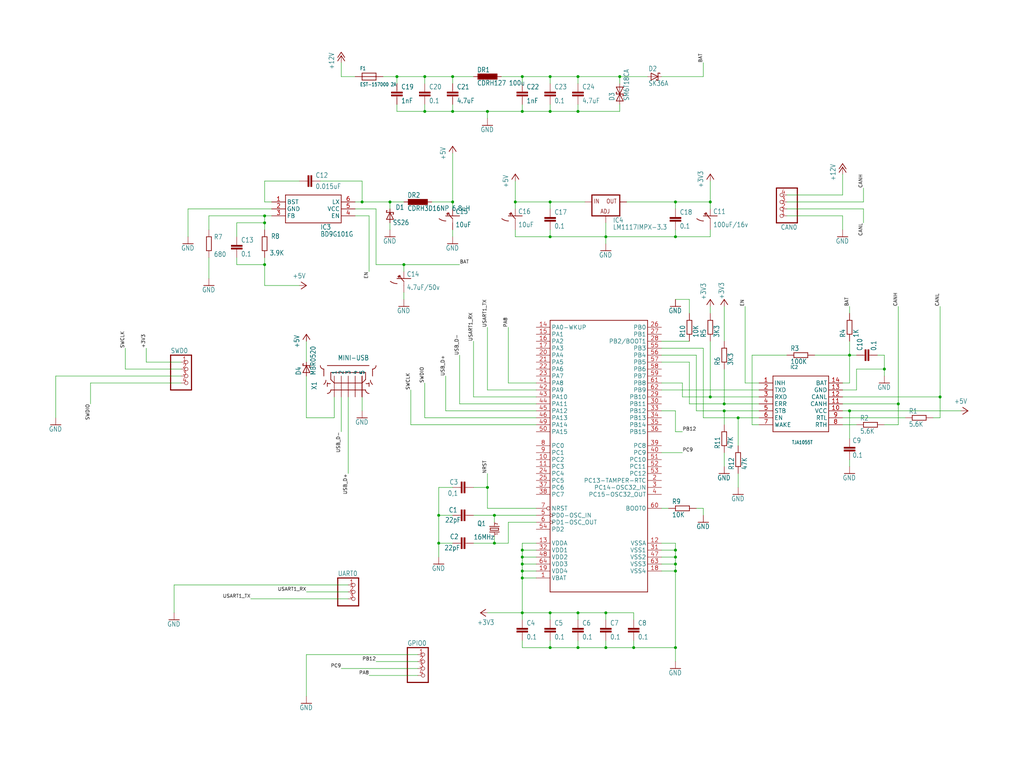
<source format=kicad_sch>
(kicad_sch (version 20250114) (generator "eeschema") (generator_version "9.0")
  (paper "User" 373.507 278.663)
  (junction (at 220.98 236.22))
  (junction (at 246.38 200.66))
  (junction (at 180.34 198.12))
  (junction (at 96.52 78.74))
  (junction (at 190.5 210.82))
  (junction (at 210.82 223.52))
  (junction (at 180.34 187.96))
  (junction (at 259.08 144.78))
  (junction (at 165.1 73.66))
  (junction (at 220.98 86.36))
  (junction (at 327.66 147.32))
  (junction (at 226.06 27.94))
  (junction (at 132.08 73.66))
  (junction (at 190.5 200.66))
  (junction (at 190.5 208.28))
  (junction (at 160.02 187.96))
  (junction (at 200.66 40.64))
  (junction (at 190.5 205.74))
  (junction (at 246.38 86.36))
  (junction (at 165.1 40.64))
  (junction (at 246.38 236.22))
  (junction (at 210.82 27.94))
  (junction (at 342.9 144.78))
  (junction (at 246.38 205.74))
  (junction (at 96.52 81.28))
  (junction (at 96.52 96.52))
  (junction (at 190.5 203.2))
  (junction (at 147.32 96.52))
  (junction (at 177.8 177.8))
  (junction (at 200.66 86.36))
  (junction (at 246.38 208.28))
  (junction (at 210.82 40.64))
  (junction (at 142.24 73.66))
  (junction (at 177.8 40.64))
  (junction (at 264.16 149.86))
  (junction (at 200.66 236.22))
  (junction (at 187.96 73.66))
  (junction (at 160.02 198.12))
  (junction (at 190.5 223.52))
  (junction (at 322.58 134.62))
  (junction (at 231.14 236.22))
  (junction (at 190.5 40.64))
  (junction (at 264.16 147.32))
  (junction (at 269.24 152.4))
  (junction (at 246.38 73.66))
  (junction (at 309.88 149.86))
  (junction (at 210.82 236.22))
  (junction (at 190.5 27.94))
  (junction (at 259.08 73.66))
  (junction (at 165.1 27.94))
  (junction (at 154.94 27.94))
  (junction (at 200.66 223.52))
  (junction (at 246.38 203.2))
  (junction (at 220.98 223.52))
  (junction (at 154.94 40.64))
  (junction (at 200.66 73.66))
  (junction (at 309.88 129.54))
  (junction (at 200.66 27.94))
  (junction (at 144.78 27.94))
  (wire (pts (xy 246.38 76.2) (xy 246.38 73.66)) (stroke (width 0.1524)))
  (wire (pts (xy 109.22 104.14) (xy 96.52 104.14)) (stroke (width 0.1524)))
  (wire (pts (xy 200.66 73.66) (xy 213.36 73.66)) (stroke (width 0.1524)))
  (wire (pts (xy 121.92 144.78) (xy 121.92 152.4)) (stroke (width 0.1524)))
  (wire (pts (xy 33.02 139.7) (xy 33.02 147.32)) (stroke (width 0.1524)))
  (wire (pts (xy 152.4 243.84) (xy 124.46 243.84)) (stroke (width 0.1524)))
  (wire (pts (xy 220.98 86.36) (xy 220.98 88.9)) (stroke (width 0.1524)))
  (wire (pts (xy 220.98 226.06) (xy 220.98 223.52)) (stroke (width 0.1524)))
  (wire (pts (xy 190.5 200.66) (xy 190.5 203.2)) (stroke (width 0.1524)))
  (wire (pts (xy 195.58 144.78) (xy 172.72 144.78)) (stroke (width 0.1524)))
  (wire (pts (xy 200.66 38.1) (xy 200.66 40.64)) (stroke (width 0.1524)))
  (wire (pts (xy 322.58 134.62) (xy 322.58 137.16)) (stroke (width 0.1524)))
  (wire (pts (xy 132.08 66.04) (xy 132.08 73.66)) (stroke (width 0.1524)))
  (wire (pts (xy 195.58 208.28) (xy 190.5 208.28)) (stroke (width 0.1524)))
  (wire (pts (xy 86.36 81.28) (xy 96.52 81.28)) (stroke (width 0.1524)))
  (wire (pts (xy 271.78 139.7) (xy 271.78 111.76)) (stroke (width 0.1524)))
  (wire (pts (xy 259.08 144.78) (xy 276.86 144.78)) (stroke (width 0.1524)))
  (wire (pts (xy 200.66 223.52) (xy 210.82 223.52)) (stroke (width 0.1524)))
  (wire (pts (xy 144.78 30.48) (xy 144.78 27.94)) (stroke (width 0.1524)))
  (wire (pts (xy 177.8 177.8) (xy 177.8 172.72)) (stroke (width 0.1524)))
  (wire (pts (xy 152.4 246.38) (xy 134.62 246.38)) (stroke (width 0.1524)))
  (wire (pts (xy 45.72 134.62) (xy 45.72 127)) (stroke (width 0.1524)))
  (wire (pts (xy 190.5 40.64) (xy 200.66 40.64)) (stroke (width 0.1524)))
  (wire (pts (xy 165.1 83.82) (xy 165.1 86.36)) (stroke (width 0.1524)))
  (wire (pts (xy 144.78 40.64) (xy 154.94 40.64)) (stroke (width 0.1524)))
  (wire (pts (xy 180.34 187.96) (xy 195.58 187.96)) (stroke (width 0.1524)))
  (wire (pts (xy 190.5 203.2) (xy 190.5 205.74)) (stroke (width 0.1524)))
  (wire (pts (xy 180.34 198.12) (xy 180.34 195.58)) (stroke (width 0.1524)))
  (wire (pts (xy 226.06 27.94) (xy 226.06 30.48)) (stroke (width 0.1524)))
  (wire (pts (xy 287.02 71.12) (xy 307.34 71.12)) (stroke (width 0.1524)))
  (wire (pts (xy 165.1 30.48) (xy 165.1 27.94)) (stroke (width 0.1524)))
  (wire (pts (xy 210.82 233.68) (xy 210.82 236.22)) (stroke (width 0.1524)))
  (wire (pts (xy 96.52 73.66) (xy 99.06 73.66)) (stroke (width 0.1524)))
  (wire (pts (xy 259.08 86.36) (xy 259.08 83.82)) (stroke (width 0.1524)))
  (wire (pts (xy 241.3 129.54) (xy 254 129.54)) (stroke (width 0.1524)))
  (wire (pts (xy 322.58 154.94) (xy 327.66 154.94)) (stroke (width 0.1524)))
  (wire (pts (xy 187.96 83.82) (xy 187.96 86.36)) (stroke (width 0.1524)))
  (wire (pts (xy 269.24 162.56) (xy 269.24 152.4)) (stroke (width 0.1524)))
  (wire (pts (xy 147.32 99.06) (xy 147.32 96.52)) (stroke (width 0.1524)))
  (wire (pts (xy 111.76 254) (xy 111.76 238.76)) (stroke (width 0.1524)))
  (wire (pts (xy 246.38 198.12) (xy 246.38 200.66)) (stroke (width 0.1524)))
  (wire (pts (xy 127 144.78) (xy 127 172.72)) (stroke (width 0.1524)))
  (wire (pts (xy 327.66 154.94) (xy 327.66 147.32)) (stroke (width 0.1524)))
  (wire (pts (xy 195.58 149.86) (xy 162.56 149.86)) (stroke (width 0.1524)))
  (wire (pts (xy 187.96 86.36) (xy 200.66 86.36)) (stroke (width 0.1524)))
  (wire (pts (xy 327.66 147.32) (xy 327.66 111.76)) (stroke (width 0.1524)))
  (wire (pts (xy 190.5 38.1) (xy 190.5 40.64)) (stroke (width 0.1524)))
  (wire (pts (xy 287.02 73.66) (xy 314.96 73.66)) (stroke (width 0.1524)))
  (wire (pts (xy 142.24 73.66) (xy 142.24 76.2)) (stroke (width 0.1524)))
  (wire (pts (xy 127 215.9) (xy 111.76 215.9)) (stroke (width 0.1524)))
  (wire (pts (xy 152.4 241.3) (xy 137.16 241.3)) (stroke (width 0.1524)))
  (wire (pts (xy 276.86 154.94) (xy 274.32 154.94)) (stroke (width 0.1524)))
  (wire (pts (xy 246.38 208.28) (xy 241.3 208.28)) (stroke (width 0.1524)))
  (wire (pts (xy 124.46 22.86) (xy 124.46 27.94)) (stroke (width 0.1524)))
  (wire (pts (xy 307.34 147.32) (xy 327.66 147.32)) (stroke (width 0.1524)))
  (wire (pts (xy 246.38 149.86) (xy 246.38 157.48)) (stroke (width 0.1524)))
  (wire (pts (xy 274.32 154.94) (xy 274.32 129.54)) (stroke (width 0.1524)))
  (wire (pts (xy 63.5 213.36) (xy 63.5 223.52)) (stroke (width 0.1524)))
  (wire (pts (xy 190.5 223.52) (xy 200.66 223.52)) (stroke (width 0.1524)))
  (wire (pts (xy 220.98 236.22) (xy 231.14 236.22)) (stroke (width 0.1524)))
  (wire (pts (xy 68.58 76.2) (xy 68.58 86.36)) (stroke (width 0.1524)))
  (wire (pts (xy 254 185.42) (xy 256.54 185.42)) (stroke (width 0.1524)))
  (wire (pts (xy 241.3 27.94) (xy 256.54 27.94)) (stroke (width 0.1524)))
  (wire (pts (xy 309.88 129.54) (xy 309.88 124.46)) (stroke (width 0.1524)))
  (wire (pts (xy 246.38 200.66) (xy 246.38 203.2)) (stroke (width 0.1524)))
  (wire (pts (xy 200.66 40.64) (xy 210.82 40.64)) (stroke (width 0.1524)))
  (wire (pts (xy 124.46 27.94) (xy 129.54 27.94)) (stroke (width 0.1524)))
  (wire (pts (xy 86.36 93.98) (xy 86.36 96.52)) (stroke (width 0.1524)))
  (wire (pts (xy 322.58 129.54) (xy 322.58 134.62)) (stroke (width 0.1524)))
  (wire (pts (xy 157.48 73.66) (xy 165.1 73.66)) (stroke (width 0.1524)))
  (wire (pts (xy 195.58 142.24) (xy 177.8 142.24)) (stroke (width 0.1524)))
  (wire (pts (xy 307.34 71.12) (xy 307.34 63.5)) (stroke (width 0.1524)))
  (wire (pts (xy 342.9 152.4) (xy 342.9 144.78)) (stroke (width 0.1524)))
  (wire (pts (xy 132.08 73.66) (xy 142.24 73.66)) (stroke (width 0.1524)))
  (wire (pts (xy 116.84 66.04) (xy 132.08 66.04)) (stroke (width 0.1524)))
  (wire (pts (xy 129.54 76.2) (xy 137.16 76.2)) (stroke (width 0.1524)))
  (wire (pts (xy 342.9 144.78) (xy 342.9 111.76)) (stroke (width 0.1524)))
  (wire (pts (xy 200.66 83.82) (xy 200.66 86.36)) (stroke (width 0.1524)))
  (wire (pts (xy 246.38 236.22) (xy 231.14 236.22)) (stroke (width 0.1524)))
  (wire (pts (xy 165.1 187.96) (xy 160.02 187.96)) (stroke (width 0.1524)))
  (wire (pts (xy 154.94 38.1) (xy 154.94 40.64)) (stroke (width 0.1524)))
  (wire (pts (xy 139.7 27.94) (xy 144.78 27.94)) (stroke (width 0.1524)))
  (wire (pts (xy 309.88 129.54) (xy 312.42 129.54)) (stroke (width 0.1524)))
  (wire (pts (xy 190.5 198.12) (xy 190.5 200.66)) (stroke (width 0.1524)))
  (wire (pts (xy 177.8 177.8) (xy 177.8 185.42)) (stroke (width 0.1524)))
  (wire (pts (xy 241.3 132.08) (xy 251.46 132.08)) (stroke (width 0.1524)))
  (wire (pts (xy 248.92 139.7) (xy 248.92 144.78)) (stroke (width 0.1524)))
  (wire (pts (xy 210.82 236.22) (xy 220.98 236.22)) (stroke (width 0.1524)))
  (wire (pts (xy 276.86 147.32) (xy 264.16 147.32)) (stroke (width 0.1524)))
  (wire (pts (xy 154.94 27.94) (xy 165.1 27.94)) (stroke (width 0.1524)))
  (wire (pts (xy 66.04 134.62) (xy 45.72 134.62)) (stroke (width 0.1524)))
  (wire (pts (xy 20.32 137.16) (xy 20.32 152.4)) (stroke (width 0.1524)))
  (wire (pts (xy 165.1 38.1) (xy 165.1 40.64)) (stroke (width 0.1524)))
  (wire (pts (xy 256.54 185.42) (xy 256.54 187.96)) (stroke (width 0.1524)))
  (wire (pts (xy 195.58 154.94) (xy 149.86 154.94)) (stroke (width 0.1524)))
  (wire (pts (xy 231.14 236.22) (xy 231.14 233.68)) (stroke (width 0.1524)))
  (wire (pts (xy 137.16 96.52) (xy 147.32 96.52)) (stroke (width 0.1524)))
  (wire (pts (xy 177.8 40.64) (xy 190.5 40.64)) (stroke (width 0.1524)))
  (wire (pts (xy 264.16 149.86) (xy 254 149.86)) (stroke (width 0.1524)))
  (wire (pts (xy 121.92 152.4) (xy 111.76 152.4)) (stroke (width 0.1524)))
  (wire (pts (xy 241.3 149.86) (xy 246.38 149.86)) (stroke (width 0.1524)))
  (wire (pts (xy 195.58 139.7) (xy 185.42 139.7)) (stroke (width 0.1524)))
  (wire (pts (xy 129.54 78.74) (xy 134.62 78.74)) (stroke (width 0.1524)))
  (wire (pts (xy 187.96 73.66) (xy 200.66 73.66)) (stroke (width 0.1524)))
  (wire (pts (xy 276.86 142.24) (xy 241.3 142.24)) (stroke (width 0.1524)))
  (wire (pts (xy 340.36 152.4) (xy 342.9 152.4)) (stroke (width 0.1524)))
  (wire (pts (xy 160.02 187.96) (xy 160.02 177.8)) (stroke (width 0.1524)))
  (wire (pts (xy 66.04 139.7) (xy 33.02 139.7)) (stroke (width 0.1524)))
  (wire (pts (xy 109.22 66.04) (xy 96.52 66.04)) (stroke (width 0.1524)))
  (wire (pts (xy 210.82 38.1) (xy 210.82 40.64)) (stroke (width 0.1524)))
  (wire (pts (xy 297.18 129.54) (xy 309.88 129.54)) (stroke (width 0.1524)))
  (wire (pts (xy 160.02 177.8) (xy 165.1 177.8)) (stroke (width 0.1524)))
  (wire (pts (xy 96.52 66.04) (xy 96.52 73.66)) (stroke (width 0.1524)))
  (wire (pts (xy 200.66 27.94) (xy 210.82 27.94)) (stroke (width 0.1524)))
  (wire (pts (xy 200.66 236.22) (xy 210.82 236.22)) (stroke (width 0.1524)))
  (wire (pts (xy 307.34 154.94) (xy 312.42 154.94)) (stroke (width 0.1524)))
  (wire (pts (xy 259.08 86.36) (xy 246.38 86.36)) (stroke (width 0.1524)))
  (wire (pts (xy 246.38 208.28) (xy 246.38 236.22)) (stroke (width 0.1524)))
  (wire (pts (xy 251.46 109.22) (xy 246.38 109.22)) (stroke (width 0.1524)))
  (wire (pts (xy 195.58 205.74) (xy 190.5 205.74)) (stroke (width 0.1524)))
  (wire (pts (xy 256.54 27.94) (xy 256.54 22.86)) (stroke (width 0.1524)))
  (wire (pts (xy 254 149.86) (xy 254 129.54)) (stroke (width 0.1524)))
  (wire (pts (xy 241.3 165.1) (xy 248.92 165.1)) (stroke (width 0.1524)))
  (wire (pts (xy 287.02 78.74) (xy 307.34 78.74)) (stroke (width 0.1524)))
  (wire (pts (xy 264.16 165.1) (xy 264.16 170.18)) (stroke (width 0.1524)))
  (wire (pts (xy 96.52 81.28) (xy 96.52 78.74)) (stroke (width 0.1524)))
  (wire (pts (xy 226.06 40.64) (xy 226.06 38.1)) (stroke (width 0.1524)))
  (wire (pts (xy 276.86 152.4) (xy 269.24 152.4)) (stroke (width 0.1524)))
  (wire (pts (xy 314.96 73.66) (xy 314.96 68.58)) (stroke (width 0.1524)))
  (wire (pts (xy 210.82 40.64) (xy 226.06 40.64)) (stroke (width 0.1524)))
  (wire (pts (xy 76.2 83.82) (xy 76.2 78.74)) (stroke (width 0.1524)))
  (wire (pts (xy 241.3 139.7) (xy 248.92 139.7)) (stroke (width 0.1524)))
  (wire (pts (xy 241.3 198.12) (xy 246.38 198.12)) (stroke (width 0.1524)))
  (wire (pts (xy 309.88 149.86) (xy 307.34 149.86)) (stroke (width 0.1524)))
  (wire (pts (xy 246.38 205.74) (xy 246.38 208.28)) (stroke (width 0.1524)))
  (wire (pts (xy 195.58 210.82) (xy 190.5 210.82)) (stroke (width 0.1524)))
  (wire (pts (xy 187.96 66.04) (xy 187.96 73.66)) (stroke (width 0.1524)))
  (wire (pts (xy 226.06 27.94) (xy 236.22 27.94)) (stroke (width 0.1524)))
  (wire (pts (xy 248.92 144.78) (xy 259.08 144.78)) (stroke (width 0.1524)))
  (wire (pts (xy 165.1 40.64) (xy 177.8 40.64)) (stroke (width 0.1524)))
  (wire (pts (xy 312.42 142.24) (xy 312.42 134.62)) (stroke (width 0.1524)))
  (wire (pts (xy 177.8 142.24) (xy 177.8 119.38)) (stroke (width 0.1524)))
  (wire (pts (xy 246.38 203.2) (xy 246.38 205.74)) (stroke (width 0.1524)))
  (wire (pts (xy 185.42 139.7) (xy 185.42 119.38)) (stroke (width 0.1524)))
  (wire (pts (xy 152.4 238.76) (xy 111.76 238.76)) (stroke (width 0.1524)))
  (wire (pts (xy 127 213.36) (xy 63.5 213.36)) (stroke (width 0.1524)))
  (wire (pts (xy 190.5 233.68) (xy 190.5 236.22)) (stroke (width 0.1524)))
  (wire (pts (xy 195.58 203.2) (xy 190.5 203.2)) (stroke (width 0.1524)))
  (wire (pts (xy 96.52 83.82) (xy 96.52 81.28)) (stroke (width 0.1524)))
  (wire (pts (xy 177.8 43.18) (xy 177.8 40.64)) (stroke (width 0.1524)))
  (wire (pts (xy 190.5 27.94) (xy 200.66 27.94)) (stroke (width 0.1524)))
  (wire (pts (xy 195.58 198.12) (xy 190.5 198.12)) (stroke (width 0.1524)))
  (wire (pts (xy 147.32 106.68) (xy 147.32 109.22)) (stroke (width 0.1524)))
  (wire (pts (xy 264.16 147.32) (xy 251.46 147.32)) (stroke (width 0.1524)))
  (wire (pts (xy 309.88 149.86) (xy 309.88 160.02)) (stroke (width 0.1524)))
  (wire (pts (xy 220.98 81.28) (xy 220.98 86.36)) (stroke (width 0.1524)))
  (wire (pts (xy 307.34 142.24) (xy 312.42 142.24)) (stroke (width 0.1524)))
  (wire (pts (xy 246.38 73.66) (xy 228.6 73.66)) (stroke (width 0.1524)))
  (wire (pts (xy 309.88 114.3) (xy 309.88 111.76)) (stroke (width 0.1524)))
  (wire (pts (xy 309.88 139.7) (xy 309.88 129.54)) (stroke (width 0.1524)))
  (wire (pts (xy 134.62 78.74) (xy 134.62 99.06)) (stroke (width 0.1524)))
  (wire (pts (xy 172.72 177.8) (xy 177.8 177.8)) (stroke (width 0.1524)))
  (wire (pts (xy 200.66 86.36) (xy 220.98 86.36)) (stroke (width 0.1524)))
  (wire (pts (xy 185.42 190.5) (xy 185.42 198.12)) (stroke (width 0.1524)))
  (wire (pts (xy 182.88 27.94) (xy 190.5 27.94)) (stroke (width 0.1524)))
  (wire (pts (xy 165.1 73.66) (xy 165.1 76.2)) (stroke (width 0.1524)))
  (wire (pts (xy 177.8 185.42) (xy 195.58 185.42)) (stroke (width 0.1524)))
  (wire (pts (xy 246.38 241.3) (xy 246.38 236.22)) (stroke (width 0.1524)))
  (wire (pts (xy 287.02 76.2) (xy 314.96 76.2)) (stroke (width 0.1524)))
  (wire (pts (xy 314.96 76.2) (xy 314.96 81.28)) (stroke (width 0.1524)))
  (wire (pts (xy 231.14 223.52) (xy 231.14 226.06)) (stroke (width 0.1524)))
  (wire (pts (xy 160.02 198.12) (xy 160.02 203.2)) (stroke (width 0.1524)))
  (wire (pts (xy 147.32 96.52) (xy 167.64 96.52)) (stroke (width 0.1524)))
  (wire (pts (xy 200.66 30.48) (xy 200.66 27.94)) (stroke (width 0.1524)))
  (wire (pts (xy 251.46 147.32) (xy 251.46 132.08)) (stroke (width 0.1524)))
  (wire (pts (xy 187.96 73.66) (xy 187.96 76.2)) (stroke (width 0.1524)))
  (wire (pts (xy 200.66 233.68) (xy 200.66 236.22)) (stroke (width 0.1524)))
  (wire (pts (xy 276.86 139.7) (xy 271.78 139.7)) (stroke (width 0.1524)))
  (wire (pts (xy 111.76 137.16) (xy 111.76 152.4)) (stroke (width 0.1524)))
  (wire (pts (xy 241.3 200.66) (xy 246.38 200.66)) (stroke (width 0.1524)))
  (wire (pts (xy 53.34 132.08) (xy 53.34 127)) (stroke (width 0.1524)))
  (wire (pts (xy 185.42 198.12) (xy 180.34 198.12)) (stroke (width 0.1524)))
  (wire (pts (xy 154.94 30.48) (xy 154.94 27.94)) (stroke (width 0.1524)))
  (wire (pts (xy 172.72 187.96) (xy 180.34 187.96)) (stroke (width 0.1524)))
  (wire (pts (xy 259.08 73.66) (xy 246.38 73.66)) (stroke (width 0.1524)))
  (wire (pts (xy 350.52 149.86) (xy 309.88 149.86)) (stroke (width 0.1524)))
  (wire (pts (xy 241.3 185.42) (xy 243.84 185.42)) (stroke (width 0.1524)))
  (wire (pts (xy 144.78 38.1) (xy 144.78 40.64)) (stroke (width 0.1524)))
  (wire (pts (xy 96.52 96.52) (xy 96.52 93.98)) (stroke (width 0.1524)))
  (wire (pts (xy 165.1 27.94) (xy 172.72 27.94)) (stroke (width 0.1524)))
  (wire (pts (xy 276.86 149.86) (xy 264.16 149.86)) (stroke (width 0.1524)))
  (wire (pts (xy 264.16 154.94) (xy 264.16 149.86)) (stroke (width 0.1524)))
  (wire (pts (xy 99.06 76.2) (xy 68.58 76.2)) (stroke (width 0.1524)))
  (wire (pts (xy 220.98 233.68) (xy 220.98 236.22)) (stroke (width 0.1524)))
  (wire (pts (xy 96.52 96.52) (xy 96.52 104.14)) (stroke (width 0.1524)))
  (wire (pts (xy 144.78 27.94) (xy 154.94 27.94)) (stroke (width 0.1524)))
  (wire (pts (xy 190.5 208.28) (xy 190.5 210.82)) (stroke (width 0.1524)))
  (wire (pts (xy 210.82 223.52) (xy 220.98 223.52)) (stroke (width 0.1524)))
  (wire (pts (xy 154.94 152.4) (xy 154.94 139.7)) (stroke (width 0.1524)))
  (wire (pts (xy 190.5 226.06) (xy 190.5 223.52)) (stroke (width 0.1524)))
  (wire (pts (xy 269.24 172.72) (xy 269.24 177.8)) (stroke (width 0.1524)))
  (wire (pts (xy 241.3 127) (xy 256.54 127)) (stroke (width 0.1524)))
  (wire (pts (xy 307.34 152.4) (xy 330.2 152.4)) (stroke (width 0.1524)))
  (wire (pts (xy 246.38 157.48) (xy 248.92 157.48)) (stroke (width 0.1524)))
  (wire (pts (xy 241.3 205.74) (xy 246.38 205.74)) (stroke (width 0.1524)))
  (wire (pts (xy 259.08 124.46) (xy 259.08 144.78)) (stroke (width 0.1524)))
  (wire (pts (xy 96.52 78.74) (xy 99.06 78.74)) (stroke (width 0.1524)))
  (wire (pts (xy 167.64 147.32) (xy 167.64 129.54)) (stroke (width 0.1524)))
  (wire (pts (xy 246.38 86.36) (xy 220.98 86.36)) (stroke (width 0.1524)))
  (wire (pts (xy 264.16 134.62) (xy 264.16 147.32)) (stroke (width 0.1524)))
  (wire (pts (xy 86.36 86.36) (xy 86.36 81.28)) (stroke (width 0.1524)))
  (wire (pts (xy 307.34 78.74) (xy 307.34 83.82)) (stroke (width 0.1524)))
  (wire (pts (xy 220.98 223.52) (xy 231.14 223.52)) (stroke (width 0.1524)))
  (wire (pts (xy 195.58 190.5) (xy 185.42 190.5)) (stroke (width 0.1524)))
  (wire (pts (xy 132.08 73.66) (xy 129.54 73.66)) (stroke (width 0.1524)))
  (wire (pts (xy 142.24 83.82) (xy 142.24 81.28)) (stroke (width 0.1524)))
  (wire (pts (xy 307.34 144.78) (xy 342.9 144.78)) (stroke (width 0.1524)))
  (wire (pts (xy 210.82 226.06) (xy 210.82 223.52)) (stroke (width 0.1524)))
  (wire (pts (xy 177.8 223.52) (xy 190.5 223.52)) (stroke (width 0.1524)))
  (wire (pts (xy 210.82 27.94) (xy 226.06 27.94)) (stroke (width 0.1524)))
  (wire (pts (xy 246.38 83.82) (xy 246.38 86.36)) (stroke (width 0.1524)))
  (wire (pts (xy 190.5 236.22) (xy 200.66 236.22)) (stroke (width 0.1524)))
  (wire (pts (xy 251.46 114.3) (xy 251.46 109.22)) (stroke (width 0.1524)))
  (wire (pts (xy 274.32 129.54) (xy 287.02 129.54)) (stroke (width 0.1524)))
  (wire (pts (xy 66.04 137.16) (xy 20.32 137.16)) (stroke (width 0.1524)))
  (wire (pts (xy 160.02 187.96) (xy 160.02 198.12)) (stroke (width 0.1524)))
  (wire (pts (xy 165.1 73.66) (xy 165.1 55.88)) (stroke (width 0.1524)))
  (wire (pts (xy 200.66 76.2) (xy 200.66 73.66)) (stroke (width 0.1524)))
  (wire (pts (xy 241.3 203.2) (xy 246.38 203.2)) (stroke (width 0.1524)))
  (wire (pts (xy 264.16 124.46) (xy 264.16 111.76)) (stroke (width 0.1524)))
  (wire (pts (xy 210.82 30.48) (xy 210.82 27.94)) (stroke (width 0.1524)))
  (wire (pts (xy 259.08 111.76) (xy 259.08 114.3)) (stroke (width 0.1524)))
  (wire (pts (xy 149.86 154.94) (xy 149.86 142.24)) (stroke (width 0.1524)))
  (wire (pts (xy 66.04 132.08) (xy 53.34 132.08)) (stroke (width 0.1524)))
  (wire (pts (xy 256.54 152.4) (xy 256.54 127)) (stroke (width 0.1524)))
  (wire (pts (xy 195.58 200.66) (xy 190.5 200.66)) (stroke (width 0.1524)))
  (wire (pts (xy 195.58 147.32) (xy 167.64 147.32)) (stroke (width 0.1524)))
  (wire (pts (xy 127 218.44) (xy 91.44 218.44)) (stroke (width 0.1524)))
  (wire (pts (xy 190.5 205.74) (xy 190.5 208.28)) (stroke (width 0.1524)))
  (wire (pts (xy 86.36 96.52) (xy 96.52 96.52)) (stroke (width 0.1524)))
  (wire (pts (xy 142.24 73.66) (xy 147.32 73.66)) (stroke (width 0.1524)))
  (wire (pts (xy 111.76 124.46) (xy 111.76 132.08)) (stroke (width 0.1524)))
  (wire (pts (xy 172.72 144.78) (xy 172.72 124.46)) (stroke (width 0.1524)))
  (wire (pts (xy 124.46 144.78) (xy 124.46 157.48)) (stroke (width 0.1524)))
  (wire (pts (xy 190.5 210.82) (xy 190.5 223.52)) (stroke (width 0.1524)))
  (wire (pts (xy 132.08 144.78) (xy 132.08 149.86)) (stroke (width 0.1524)))
  (wire (pts (xy 259.08 66.04) (xy 259.08 73.66)) (stroke (width 0.1524)))
  (wire (pts (xy 269.24 152.4) (xy 256.54 152.4)) (stroke (width 0.1524)))
  (wire (pts (xy 312.42 134.62) (xy 322.58 134.62)) (stroke (width 0.1524)))
  (wire (pts (xy 76.2 78.74) (xy 96.52 78.74)) (stroke (width 0.1524)))
  (wire (pts (xy 180.34 187.96) (xy 180.34 190.5)) (stroke (width 0.1524)))
  (wire (pts (xy 307.34 139.7) (xy 309.88 139.7)) (stroke (width 0.1524)))
  (wire (pts (xy 259.08 76.2) (xy 259.08 73.66)) (stroke (width 0.1524)))
  (wire (pts (xy 180.34 198.12) (xy 172.72 198.12)) (stroke (width 0.1524)))
  (wire (pts (xy 137.16 76.2) (xy 137.16 96.52)) (stroke (width 0.1524)))
  (wire (pts (xy 160.02 198.12) (xy 165.1 198.12)) (stroke (width 0.1524)))
  (wire (pts (xy 195.58 152.4) (xy 154.94 152.4)) (stroke (width 0.1524)))
  (wire (pts (xy 200.66 226.06) (xy 200.66 223.52)) (stroke (width 0.1524)))
  (wire (pts (xy 162.56 149.86) (xy 162.56 137.16)) (stroke (width 0.1524)))
  (wire (pts (xy 320.04 129.54) (xy 322.58 129.54)) (stroke (width 0.1524)))
  (wire (pts (xy 309.88 167.64) (xy 309.88 170.18)) (stroke (width 0.1524)))
  (wire (pts (xy 76.2 93.98) (xy 76.2 101.6)) (stroke (width 0.1524)))
  (wire (pts (xy 241.3 124.46) (xy 251.46 124.46)) (stroke (width 0.1524)))
  (wire (pts (xy 154.94 40.64) (xy 165.1 40.64)) (stroke (width 0.1524)))
  (wire (pts (xy 190.5 30.48) (xy 190.5 27.94)) (stroke (width 0.1524)))
  (label "SWDIO" (at 33.02 147.32 270) (effects (font (size 1.2446 1.2446))))
  (label "USART1_RX" (at 111.76 215.9 180) (effects (font (size 1.2446 1.2446))))
  (label "PB12" (at 137.16 241.3 180) (effects (font (size 1.2446 1.2446))))
  (label "EN" (at 134.62 99.06 270) (effects (font (size 1.2446 1.2446))))
  (label "NRST" (at 177.8 172.72 90) (effects (font (size 1.2446 1.2446))))
  (label "BAT" (at 167.64 96.52 0) (effects (font (size 1.2446 1.2446))))
  (label "PA8" (at 134.62 246.38 180) (effects (font (size 1.2446 1.2446))))
  (label "USB_D+" (at 127 172.72 270) (effects (font (size 1.2446 1.2446))))
  (label "USART1_TX" (at 91.44 218.44 180) (effects (font (size 1.2446 1.2446))))
  (label "PC9" (at 248.92 165.1 0) (effects (font (size 1.2446 1.2446))))
  (label "EN" (at 271.78 111.76 90) (effects (font (size 1.2446 1.2446))))
  (label "PB12" (at 248.92 157.48 0) (effects (font (size 1.2446 1.2446))))
  (label "BAT" (at 309.88 111.76 90) (effects (font (size 1.2446 1.2446))))
  (label "SWCLK" (at 149.86 142.24 90) (effects (font (size 1.2446 1.2446))))
  (label "+3V3" (at 53.34 127 90) (effects (font (size 1.2446 1.2446))))
  (label "CANH" (at 327.66 111.76 90) (effects (font (size 1.2446 1.2446))))
  (label "CANL" (at 342.9 111.76 90) (effects (font (size 1.2446 1.2446))))
  (label "USB_D-" (at 167.64 129.54 90) (effects (font (size 1.2446 1.2446))))
  (label "CANL" (at 314.96 81.28 270) (effects (font (size 1.2446 1.2446))))
  (label "SWDIO" (at 154.94 139.7 90) (effects (font (size 1.2446 1.2446))))
  (label "USART1_RX" (at 172.72 124.46 90) (effects (font (size 1.2446 1.2446))))
  (label "USB_D+" (at 162.56 137.16 90) (effects (font (size 1.2446 1.2446))))
  (label "BAT" (at 256.54 22.86 90) (effects (font (size 1.2446 1.2446))))
  (label "PA8" (at 185.42 119.38 90) (effects (font (size 1.2446 1.2446))))
  (label "USART1_TX" (at 177.8 119.38 90) (effects (font (size 1.2446 1.2446))))
  (label "CANH" (at 314.96 68.58 90) (effects (font (size 1.2446 1.2446))))
  (label "PC9" (at 124.46 243.84 180) (effects (font (size 1.2446 1.2446))))
  (label "SWCLK" (at 45.72 127 90) (effects (font (size 1.2446 1.2446))))
  (label "USB_D-" (at 124.46 157.48 270) (effects (font (size 1.2446 1.2446))))
  (symbol (lib_id "Kicad-eagle-import:SK36A") (at 238.76 27.94 0) (unit 1)
    (property "Reference" "D2" (at 236.474 26.035 0) (effects (font (size 1.778 1.5113)) (justify left bottom)))
    (property "Value" "SK36A" (at 236.474 31.369 0) (effects (font (size 1.778 1.5113)) (justify left bottom)))
    (property "Footprint" "Kicad:DO-214AC" (effects (hide yes)))
  )
  (symbol (lib_id "Kicad-eagle-import:+3V3") (at 264.16 109.22 0) (unit 1)
    (property "Reference" "#+3V3" (effects (hide yes)))
    (property "Value" "+3V3" (at 264.16 109.22 90) (effects (font (size 1.778 1.5113)) (justify left bottom)))
  )
  (symbol (lib_id "Kicad-eagle-import:R-EU_R0805") (at 96.52 88.9 90) (unit 1)
    (property "Reference" "R8" (at 98.806 87.1474 90) (effects (font (size 1.778 1.5113)) (justify right top)))
    (property "Value" "3.9K" (at 98.298 93.218 90) (effects (font (size 1.778 1.5113)) (justify right top)))
    (property "Footprint" "Kicad:R0805" (effects (hide yes)))
  )
  (symbol (lib_id "Kicad-eagle-import:C-EUC0805") (at 210.82 228.6 0) (unit 1)
    (property "Reference" "C6" (at 212.344 228.219 0) (effects (font (size 1.778 1.5113)) (justify left bottom)))
    (property "Value" "0.1" (at 212.344 233.299 0) (effects (font (size 1.778 1.5113)) (justify left bottom)))
    (property "Footprint" "Kicad:C0805" (effects (hide yes)))
  )
  (symbol (lib_id "Kicad-eagle-import:+5V") (at 187.96 63.5 0) (unit 1)
    (property "Reference" "#P+2" (effects (hide yes)))
    (property "Value" "+5V" (at 185.42 68.58 90) (effects (font (size 1.778 1.5113)) (justify left bottom)))
  )
  (symbol (lib_id "Kicad-eagle-import:R-EU_R0805") (at 76.2 88.9 90) (unit 1)
    (property "Reference" "R7" (at 77.978 87.4014 90) (effects (font (size 1.778 1.5113)) (justify right top)))
    (property "Value" "680" (at 77.978 93.726 90) (effects (font (size 1.778 1.5113)) (justify right top)))
    (property "Footprint" "Kicad:R0805" (effects (hide yes)))
  )
  (symbol (lib_id "Kicad-eagle-import:+5V") (at 165.1 53.34 0) (unit 1)
    (property "Reference" "#P+4" (effects (hide yes)))
    (property "Value" "+5V" (at 162.56 58.42 90) (effects (font (size 1.778 1.5113)) (justify left bottom)))
  )
  (symbol (lib_id "Kicad-eagle-import:CPOL-US153CLV-0605") (at 187.96 78.74 0) (unit 1)
    (property "Reference" "C16" (at 188.976 78.105 0) (effects (font (size 1.778 1.5113)) (justify left bottom)))
    (property "Value" "10uF" (at 188.976 82.931 0) (effects (font (size 1.778 1.5113)) (justify left bottom)))
    (property "Footprint" "Kicad:153CLV-0605" (effects (hide yes)))
  )
  (symbol (lib_id "Kicad-eagle-import:C-EUC0805") (at 144.78 33.02 0) (unit 1)
    (property "Reference" "C19" (at 146.304 32.639 0) (effects (font (size 1.778 1.5113)) (justify left bottom)))
    (property "Value" "1nF" (at 146.304 37.719 0) (effects (font (size 1.778 1.5113)) (justify left bottom)))
    (property "Footprint" "Kicad:C0805" (effects (hide yes)))
  )
  (symbol (lib_id "Kicad-eagle-import:R-EU_R0805") (at 317.5 154.94 0) (unit 1)
    (property "Reference" "R2" (at 313.69 153.4414 0) (effects (font (size 1.778 1.5113)) (justify left bottom)))
    (property "Value" "5.6K" (at 313.69 158.242 0) (effects (font (size 1.778 1.5113)) (justify left bottom)))
    (property "Footprint" "Kicad:R0805" (effects (hide yes)))
  )
  (symbol (lib_id "Kicad-eagle-import:C-EUC0805") (at 190.5 33.02 0) (unit 1)
    (property "Reference" "C22" (at 192.024 32.639 0) (effects (font (size 1.778 1.5113)) (justify left bottom)))
    (property "Value" "1nF" (at 192.024 37.719 0) (effects (font (size 1.778 1.5113)) (justify left bottom)))
    (property "Footprint" "Kicad:C0805" (effects (hide yes)))
  )
  (symbol (lib_id "Kicad-eagle-import:GND") (at 256.54 190.5 0) (unit 1)
    (property "Reference" "#GND16" (effects (hide yes)))
    (property "Value" "GND" (at 254 193.04 0) (effects (font (size 1.778 1.5113)) (justify left bottom)))
  )
  (symbol (lib_id "Kicad-eagle-import:C-EUC0805") (at 314.96 129.54 90) (unit 1)
    (property "Reference" "C10" (at 314.579 128.016 0) (effects (font (size 1.778 1.5113)) (justify left bottom)))
    (property "Value" "0.1" (at 319.659 128.016 0) (effects (font (size 1.778 1.5113)) (justify left bottom)))
    (property "Footprint" "Kicad:C0805" (effects (hide yes)))
  )
  (symbol (lib_id "Kicad-eagle-import:C-EUC0805") (at 220.98 228.6 0) (unit 1)
    (property "Reference" "C7" (at 222.504 228.219 0) (effects (font (size 1.778 1.5113)) (justify left bottom)))
    (property "Value" "0.1" (at 222.504 233.299 0) (effects (font (size 1.778 1.5113)) (justify left bottom)))
    (property "Footprint" "Kicad:C0805" (effects (hide yes)))
  )
  (symbol (lib_id "Kicad-eagle-import:C-EUC0805") (at 154.94 33.02 0) (unit 1)
    (property "Reference" "C20" (at 156.464 32.639 0) (effects (font (size 1.778 1.5113)) (justify left bottom)))
    (property "Value" "0.1" (at 156.464 37.719 0) (effects (font (size 1.778 1.5113)) (justify left bottom)))
    (property "Footprint" "Kicad:C0805" (effects (hide yes)))
  )
  (symbol (lib_id "Kicad-eagle-import:C-EUC0805") (at 165.1 33.02 0) (unit 1)
    (property "Reference" "C21" (at 166.624 32.639 0) (effects (font (size 1.778 1.5113)) (justify left bottom)))
    (property "Value" "4.7uF" (at 166.624 37.719 0) (effects (font (size 1.778 1.5113)) (justify left bottom)))
    (property "Footprint" "Kicad:C0805" (effects (hide yes)))
  )
  (symbol (lib_id "Kicad-eagle-import:C-EUC0805") (at 167.64 177.8 90) (unit 1)
    (property "Reference" "C3" (at 167.132 174.879 90) (effects (font (size 1.778 1.5113)) (justify left bottom)))
    (property "Value" "0,1" (at 167.132 178.943 90) (effects (font (size 1.778 1.5113)) (justify left bottom)))
    (property "Footprint" "Kicad:C0805" (effects (hide yes)))
  )
  (symbol (lib_id "Kicad-eagle-import:PINHD-1X4") (at 68.58 137.16 0) (unit 1)
    (property "Reference" "SWD0" (at 62.23 128.905 0) (effects (font (size 1.778 1.5113)) (justify left bottom)))
    (property "Value" "PINHD-1X4" (effects (hide yes)))
    (property "Footprint" "Kicad:1X04" (effects (hide yes)))
  )
  (symbol (lib_id "Kicad-eagle-import:+3V3") (at 259.08 63.5 0) (unit 1)
    (property "Reference" "#+3V4" (effects (hide yes)))
    (property "Value" "+3V3" (at 256.54 68.58 90) (effects (font (size 1.778 1.5113)) (justify left bottom)))
  )
  (symbol (lib_id "Kicad-eagle-import:GND") (at 132.08 152.4 0) (unit 1)
    (property "Reference" "#GND11" (effects (hide yes)))
    (property "Value" "GND" (at 129.54 154.94 0) (effects (font (size 1.778 1.5113)) (justify left bottom)))
  )
  (symbol (lib_id "Kicad-eagle-import:C-EUC0805") (at 309.88 162.56 0) (unit 1)
    (property "Reference" "C9" (at 310.896 161.671 0) (effects (font (size 1.778 1.5113)) (justify left bottom)))
    (property "Value" "0.1" (at 310.896 167.005 0) (effects (font (size 1.778 1.5113)) (justify left bottom)))
    (property "Footprint" "Kicad:C0805" (effects (hide yes)))
  )
  (symbol (lib_id "Kicad-eagle-import:R-EU_R0805") (at 264.16 160.02 90) (unit 1)
    (property "Reference" "R11" (at 262.6614 163.83 0) (effects (font (size 1.778 1.5113)) (justify left bottom)))
    (property "Value" "47K" (at 267.462 163.83 0) (effects (font (size 1.778 1.5113)) (justify left bottom)))
    (property "Footprint" "Kicad:R0805" (effects (hide yes)))
  )
  (symbol (lib_id "Kicad-eagle-import:GND") (at 309.88 172.72 0) (unit 1)
    (property "Reference" "#GND4" (effects (hide yes)))
    (property "Value" "GND" (at 307.34 175.26 0) (effects (font (size 1.778 1.5113)) (justify left bottom)))
  )
  (symbol (lib_id "Kicad-eagle-import:C-EUC0805") (at 111.76 66.04 90) (unit 1)
    (property "Reference" "C12" (at 115.062 64.897 90) (effects (font (size 1.778 1.5113)) (justify right top)))
    (property "Value" "0.015uF" (at 115.062 68.961 90) (effects (font (size 1.778 1.5113)) (justify right top)))
    (property "Footprint" "Kicad:C0805" (effects (hide yes)))
  )
  (symbol (lib_id "Kicad-eagle-import:GND") (at 220.98 91.44 0) (unit 1)
    (property "Reference" "#GND5" (effects (hide yes)))
    (property "Value" "GND" (at 218.44 93.98 0) (effects (font (size 1.778 1.5113)) (justify left bottom)))
  )
  (symbol (lib_id "Kicad-eagle-import:MBR0520") (at 111.76 134.62 90) (unit 1)
    (property "Reference" "D4" (at 109.855 136.906 0) (effects (font (size 1.778 1.5113)) (justify left bottom)))
    (property "Value" "MBR0520" (at 115.189 136.906 0) (effects (font (size 1.778 1.5113)) (justify left bottom)))
    (property "Footprint" "Kicad:SOD123" (effects (hide yes)))
  )
  (symbol (lib_id "Kicad-eagle-import:R-EU_R0805") (at 259.08 119.38 90) (unit 1)
    (property "Reference" "R5" (at 257.5814 123.19 0) (effects (font (size 1.778 1.5113)) (justify left bottom)))
    (property "Value" "3K3" (at 262.382 123.19 0) (effects (font (size 1.778 1.5113)) (justify left bottom)))
    (property "Footprint" "Kicad:R0805" (effects (hide yes)))
  )
  (symbol (lib_id "Kicad-eagle-import:+12V") (at 307.34 60.96 0) (unit 1)
    (property "Reference" "#P+7" (effects (hide yes)))
    (property "Value" "+12V" (at 304.8 66.04 90) (effects (font (size 1.778 1.5113)) (justify left bottom)))
  )
  (symbol (lib_id "Kicad-eagle-import:R-EU_R0805") (at 269.24 167.64 90) (unit 1)
    (property "Reference" "R12" (at 267.7414 171.45 0) (effects (font (size 1.778 1.5113)) (justify left bottom)))
    (property "Value" "47K" (at 272.542 171.45 0) (effects (font (size 1.778 1.5113)) (justify left bottom)))
    (property "Footprint" "Kicad:R0805" (effects (hide yes)))
  )
  (symbol (lib_id "Kicad-eagle-import:GND") (at 63.5 226.06 0) (unit 1)
    (property "Reference" "#GND17" (effects (hide yes)))
    (property "Value" "GND" (at 60.96 228.6 0) (effects (font (size 1.778 1.5113)) (justify left bottom)))
  )
  (symbol (lib_id "Kicad-eagle-import:PINHD-1X4") (at 284.48 73.66 180) (unit 1)
    (property "Reference" "CAN0" (at 290.83 81.915 0) (effects (font (size 1.778 1.5113)) (justify left bottom)))
    (property "Value" "PINHD-1X4" (effects (hide yes)))
    (property "Footprint" "Kicad:1X04" (effects (hide yes)))
  )
  (symbol (lib_id "Kicad-eagle-import:STM32F105RT") (at 218.44 162.56 0) (unit 1)
    (property "Reference" "IC1" (effects (hide yes)))
    (property "Value" "STM32F105RT" (effects (hide yes)))
    (property "Footprint" "Kicad:LQFP64" (effects (hide yes)))
  )
  (symbol (lib_id "Kicad-eagle-import:CRYSTALHC49UP") (at 180.34 193.04 90) (unit 1)
    (property "Reference" "Q1" (at 177.292 189.992 90) (effects (font (size 1.778 1.5113)) (justify left bottom)))
    (property "Value" "16MHz" (at 172.72 196.85 90) (effects (font (size 1.778 1.5113)) (justify right top)))
    (property "Footprint" "Kicad:HC49UP" (effects (hide yes)))
  )
  (symbol (lib_id "Kicad-eagle-import:GND") (at 246.38 111.76 0) (unit 1)
    (property "Reference" "#GND15" (effects (hide yes)))
    (property "Value" "GND" (at 243.84 114.3 0) (effects (font (size 1.778 1.5113)) (justify left bottom)))
  )
  (symbol (lib_id "Kicad-eagle-import:+5V") (at 353.06 149.86 270) (unit 1)
    (property "Reference" "#P+1" (effects (hide yes)))
    (property "Value" "+5V" (at 347.98 147.32 90) (effects (font (size 1.778 1.5113)) (justify left bottom)))
  )
  (symbol (lib_id "Kicad-eagle-import:CPOL-US153CLV-0605") (at 259.08 78.74 0) (unit 1)
    (property "Reference" "C11" (at 260.096 78.105 0) (effects (font (size 1.778 1.5113)) (justify left bottom)))
    (property "Value" "100uF/16v" (at 260.096 82.931 0) (effects (font (size 1.778 1.5113)) (justify left bottom)))
    (property "Footprint" "Kicad:153CLV-0605" (effects (hide yes)))
  )
  (symbol (lib_id "Kicad-eagle-import:+3V3") (at 175.26 223.52 90) (unit 1)
    (property "Reference" "#+3V1" (effects (hide yes)))
    (property "Value" "+3V3" (at 180.34 226.06 90) (effects (font (size 1.778 1.5113)) (justify left bottom)))
  )
  (symbol (lib_id "Kicad-eagle-import:C-EUC0805") (at 200.66 78.74 0) (unit 1)
    (property "Reference" "C17" (at 202.184 78.359 0) (effects (font (size 1.778 1.5113)) (justify left bottom)))
    (property "Value" "0.1" (at 202.184 83.439 0) (effects (font (size 1.778 1.5113)) (justify left bottom)))
    (property "Footprint" "Kicad:C0805" (effects (hide yes)))
  )
  (symbol (lib_id "Kicad-eagle-import:+12V") (at 124.46 20.32 0) (unit 1)
    (property "Reference" "#P+3" (effects (hide yes)))
    (property "Value" "+12V" (at 121.92 25.4 90) (effects (font (size 1.778 1.5113)) (justify left bottom)))
  )
  (symbol (lib_id "Kicad-eagle-import:FUSE") (at 134.62 27.94 0) (unit 1)
    (property "Reference" "F1" (at 131.318 25.654 0) (effects (font (size 1.27 1.0795)) (justify left bottom)))
    (property "Value" "EST-157000 2A" (at 131.318 31.496 0) (effects (font (size 1.27 1.0795)) (justify left bottom)))
    (property "Footprint" "Kicad:FUSE" (effects (hide yes)))
  )
  (symbol (lib_id "Kicad-eagle-import:CDRH3D16NP") (at 152.4 73.66 0) (unit 1)
    (property "Reference" "DR2" (at 148.59 72.1614 0) (effects (font (size 1.778 1.5113)) (justify left bottom)))
    (property "Value" "CDRH3D16NP 6.8uH" (at 148.59 76.962 0) (effects (font (size 1.778 1.5113)) (justify left bottom)))
    (property "Footprint" "Kicad:CDRH3D16NP" (effects (hide yes)))
  )
  (symbol (lib_id "Kicad-eagle-import:C-EUC0805") (at 86.36 88.9 0) (unit 1)
    (property "Reference" "C13" (at 87.884 88.519 0) (effects (font (size 1.778 1.5113)) (justify left bottom)))
    (property "Value" "0.1" (at 87.884 93.599 0) (effects (font (size 1.778 1.5113)) (justify left bottom)))
    (property "Footprint" "Kicad:C0805" (effects (hide yes)))
  )
  (symbol (lib_id "Kicad-eagle-import:CPOL-US153CLV-0605") (at 165.1 78.74 0) (unit 1)
    (property "Reference" "C15" (at 166.116 78.105 0) (effects (font (size 1.778 1.5113)) (justify left bottom)))
    (property "Value" "10uF" (at 166.116 82.931 0) (effects (font (size 1.778 1.5113)) (justify left bottom)))
    (property "Footprint" "Kicad:153CLV-0605" (effects (hide yes)))
  )
  (symbol (lib_id "Kicad-eagle-import:R-EU_R0805") (at 309.88 119.38 90) (unit 1)
    (property "Reference" "R4" (at 308.3814 123.19 0) (effects (font (size 1.778 1.5113)) (justify left bottom)))
    (property "Value" "1K" (at 313.182 123.19 0) (effects (font (size 1.778 1.5113)) (justify left bottom)))
    (property "Footprint" "Kicad:R0805" (effects (hide yes)))
  )
  (symbol (lib_id "Kicad-eagle-import:R-EU_R0805") (at 335.28 152.4 0) (unit 1)
    (property "Reference" "R1" (at 331.47 150.9014 0) (effects (font (size 1.778 1.5113)) (justify left bottom)))
    (property "Value" "5.6K" (at 331.47 155.702 0) (effects (font (size 1.778 1.5113)) (justify left bottom)))
    (property "Footprint" "Kicad:R0805" (effects (hide yes)))
  )
  (symbol (lib_id "Kicad-eagle-import:GND") (at 68.58 88.9 0) (unit 1)
    (property "Reference" "#GND6" (effects (hide yes)))
    (property "Value" "GND" (at 66.04 91.44 0) (effects (font (size 1.778 1.5113)) (justify left bottom)))
  )
  (symbol (lib_id "Kicad-eagle-import:GND") (at 160.02 205.74 0) (unit 1)
    (property "Reference" "#GND1" (effects (hide yes)))
    (property "Value" "GND" (at 157.48 208.28 0) (effects (font (size 1.778 1.5113)) (justify left bottom)))
  )
  (symbol (lib_id "Kicad-eagle-import:PINHD-1X4") (at 154.94 243.84 0) (unit 1)
    (property "Reference" "GPIO0" (at 148.59 235.585 0) (effects (font (size 1.778 1.5113)) (justify left bottom)))
    (property "Value" "PINHD-1X4" (effects (hide yes)))
    (property "Footprint" "Kicad:1X04" (effects (hide yes)))
  )
  (symbol (lib_id "Kicad-eagle-import:R-EU_R0805") (at 292.1 129.54 0) (unit 1)
    (property "Reference" "R3" (at 288.29 128.0414 0) (effects (font (size 1.778 1.5113)) (justify left bottom)))
    (property "Value" "100K" (at 288.29 132.842 0) (effects (font (size 1.778 1.5113)) (justify left bottom)))
    (property "Footprint" "Kicad:R0805" (effects (hide yes)))
  )
  (symbol (lib_id "Kicad-eagle-import:SCHOTTKY-DIODESMD") (at 142.24 78.74 90) (unit 1)
    (property "Reference" "D1" (at 144.272 76.581 90) (effects (font (size 1.778 1.5113)) (justify right top)))
    (property "Value" "SS26" (at 143.256 82.169 90) (effects (font (size 1.778 1.5113)) (justify right top)))
    (property "Footprint" "Kicad:SMB" (effects (hide yes)))
  )
  (symbol (lib_id "Kicad-eagle-import:GND") (at 147.32 111.76 0) (unit 1)
    (property "Reference" "#GND8" (effects (hide yes)))
    (property "Value" "GND" (at 144.78 114.3 0) (effects (font (size 1.778 1.5113)) (justify left bottom)))
  )
  (symbol (lib_id "Kicad-eagle-import:+5V") (at 111.76 121.92 0) (unit 1)
    (property "Reference" "#P+6" (effects (hide yes)))
    (property "Value" "+5V" (at 109.22 127 90) (effects (font (size 1.778 1.5113)) (justify left bottom)))
  )
  (symbol (lib_id "Kicad-eagle-import:GND") (at 264.16 172.72 0) (unit 1)
    (property "Reference" "#GND19" (effects (hide yes)))
    (property "Value" "GND" (at 261.62 175.26 0) (effects (font (size 1.778 1.5113)) (justify left bottom)))
  )
  (symbol (lib_id "Kicad-eagle-import:GND") (at 322.58 139.7 0) (unit 1)
    (property "Reference" "#GND3" (effects (hide yes)))
    (property "Value" "GND" (at 320.04 142.24 0) (effects (font (size 1.778 1.5113)) (justify left bottom)))
  )
  (symbol (lib_id "Kicad-eagle-import:C-EUC0805") (at 246.38 78.74 0) (unit 1)
    (property "Reference" "C18" (at 247.904 78.359 0) (effects (font (size 1.778 1.5113)) (justify left bottom)))
    (property "Value" "0.1" (at 247.904 83.439 0) (effects (font (size 1.778 1.5113)) (justify left bottom)))
    (property "Footprint" "Kicad:C0805" (effects (hide yes)))
  )
  (symbol (lib_id "Kicad-eagle-import:GND") (at 177.8 45.72 0) (unit 1)
    (property "Reference" "#GND13" (effects (hide yes)))
    (property "Value" "GND" (at 175.26 48.26 0) (effects (font (size 1.778 1.5113)) (justify left bottom)))
  )
  (symbol (lib_id "Kicad-eagle-import:LM1117IMPX-3.3") (at 220.98 73.66 0) (unit 1)
    (property "Reference" "IC4" (at 223.52 81.28 0) (effects (font (size 1.778 1.5113)) (justify left bottom)))
    (property "Value" "LM1117IMPX-3.3" (at 223.52 83.82 0) (effects (font (size 1.778 1.5113)) (justify left bottom)))
    (property "Footprint" "Kicad:SOT223" (effects (hide yes)))
  )
  (symbol (lib_id "Kicad-eagle-import:GND") (at 142.24 86.36 0) (unit 1)
    (property "Reference" "#GND9" (effects (hide yes)))
    (property "Value" "GND" (at 139.7 88.9 0) (effects (font (size 1.778 1.5113)) (justify left bottom)))
  )
  (symbol (lib_id "Kicad-eagle-import:PINHD-1X3") (at 129.54 215.9 0) (unit 1)
    (property "Reference" "UART0" (at 123.19 210.185 0) (effects (font (size 1.778 1.5113)) (justify left bottom)))
    (property "Value" "PINHD-1X3" (effects (hide yes)))
    (property "Footprint" "Kicad:1X03" (effects (hide yes)))
  )
  (symbol (lib_id "Kicad-eagle-import:MINI-USB-UX60-MB-5ST") (at 127 139.7 90) (unit 1)
    (property "Reference" "X1" (at 115.57 142.24 0) (effects (font (size 1.778 1.5113)) (justify left bottom)))
    (property "Value" "MINI-USB" (at 134.62 129.54 90) (effects (font (size 1.778 1.5113)) (justify left bottom)))
    (property "Footprint" "Kicad:UX60-MB-5ST" (effects (hide yes)))
  )
  (symbol (lib_id "Kicad-eagle-import:CDRH127") (at 177.8 27.94 0) (unit 1)
    (property "Reference" "DR1" (at 173.99 26.4414 0) (effects (font (size 1.778 1.5113)) (justify left bottom)))
    (property "Value" "CDRH127 100u" (at 173.99 31.242 0) (effects (font (size 1.778 1.5113)) (justify left bottom)))
    (property "Footprint" "Kicad:MS85" (effects (hide yes)))
  )
  (symbol (lib_id "Kicad-eagle-import:R-EU_R0805") (at 264.16 129.54 90) (unit 1)
    (property "Reference" "R6" (at 262.6614 133.35 0) (effects (font (size 1.778 1.5113)) (justify left bottom)))
    (property "Value" "3K3" (at 267.462 133.35 0) (effects (font (size 1.778 1.5113)) (justify left bottom)))
    (property "Footprint" "Kicad:R0805" (effects (hide yes)))
  )
  (symbol (lib_id "Kicad-eagle-import:TJA1054T") (at 292.1 147.32 0) (unit 1)
    (property "Reference" "IC2" (at 288.29 134.62 0) (effects (font (size 1.27 1.0795)) (justify left bottom)))
    (property "Value" "TJA1055T" (at 288.798 162.052 0) (effects (font (size 1.27 1.0795)) (justify left bottom)))
    (property "Footprint" "Kicad:SO-14W" (effects (hide yes)))
  )
  (symbol (lib_id "Kicad-eagle-import:GND") (at 246.38 243.84 0) (unit 1)
    (property "Reference" "#GND2" (effects (hide yes)))
    (property "Value" "GND" (at 243.84 246.38 0) (effects (font (size 1.778 1.5113)) (justify left bottom)))
  )
  (symbol (lib_id "Kicad-eagle-import:C-EUC0805") (at 200.66 33.02 0) (unit 1)
    (property "Reference" "C23" (at 202.184 32.639 0) (effects (font (size 1.778 1.5113)) (justify left bottom)))
    (property "Value" "0.1" (at 202.184 37.719 0) (effects (font (size 1.778 1.5113)) (justify left bottom)))
    (property "Footprint" "Kicad:C0805" (effects (hide yes)))
  )
  (symbol (lib_id "Kicad-eagle-import:BD9G101G") (at 114.3 76.2 0) (unit 1)
    (property "Reference" "IC3" (at 116.84 83.82 0) (effects (font (size 1.778 1.5113)) (justify left bottom)))
    (property "Value" "BD9G101G" (at 116.84 86.36 0) (effects (font (size 1.778 1.5113)) (justify left bottom)))
    (property "Footprint" "Kicad:SSOP6" (effects (hide yes)))
  )
  (symbol (lib_id "Kicad-eagle-import:R-EU_R0805") (at 248.92 185.42 0) (unit 1)
    (property "Reference" "R9" (at 245.11 183.9214 0) (effects (font (size 1.778 1.5113)) (justify left bottom)))
    (property "Value" "10K" (at 245.11 188.722 0) (effects (font (size 1.778 1.5113)) (justify left bottom)))
    (property "Footprint" "Kicad:R0805" (effects (hide yes)))
  )
  (symbol (lib_id "Kicad-eagle-import:C-EUC0805") (at 190.5 228.6 0) (unit 1)
    (property "Reference" "C4" (at 192.024 228.219 0) (effects (font (size 1.778 1.5113)) (justify left bottom)))
    (property "Value" "0.1" (at 192.024 233.299 0) (effects (font (size 1.778 1.5113)) (justify left bottom)))
    (property "Footprint" "Kicad:C0805" (effects (hide yes)))
  )
  (symbol (lib_id "Kicad-eagle-import:+5V") (at 111.76 104.14 270) (unit 1)
    (property "Reference" "#P+5" (effects (hide yes)))
    (property "Value" "+5V" (at 106.68 101.6 90) (effects (font (size 1.778 1.5113)) (justify left bottom)))
  )
  (symbol (lib_id "Kicad-eagle-import:SM6T18CA") (at 226.06 35.56 90) (unit 1)
    (property "Reference" "D3" (at 224.155 36.83 0) (effects (font (size 1.778 1.5113)) (justify left bottom)))
    (property "Value" "SM6T18CA" (at 229.489 36.83 0) (effects (font (size 1.778 1.5113)) (justify left bottom)))
    (property "Footprint" "Kicad:DO214AA" (effects (hide yes)))
  )
  (symbol (lib_id "Kicad-eagle-import:C-EUC0805") (at 210.82 33.02 0) (unit 1)
    (property "Reference" "C24" (at 212.344 32.639 0) (effects (font (size 1.778 1.5113)) (justify left bottom)))
    (property "Value" "4.7uF" (at 212.344 37.719 0) (effects (font (size 1.778 1.5113)) (justify left bottom)))
    (property "Footprint" "Kicad:C0805" (effects (hide yes)))
  )
  (symbol (lib_id "Kicad-eagle-import:C-EUC0805") (at 200.66 228.6 0) (unit 1)
    (property "Reference" "C5" (at 202.184 228.219 0) (effects (font (size 1.778 1.5113)) (justify left bottom)))
    (property "Value" "0.1" (at 202.184 233.299 0) (effects (font (size 1.778 1.5113)) (justify left bottom)))
    (property "Footprint" "Kicad:C0805" (effects (hide yes)))
  )
  (symbol (lib_id "Kicad-eagle-import:GND") (at 307.34 86.36 0) (unit 1)
    (property "Reference" "#GND12" (effects (hide yes)))
    (property "Value" "GND" (at 304.8 88.9 0) (effects (font (size 1.778 1.5113)) (justify left bottom)))
  )
  (symbol (lib_id "Kicad-eagle-import:GND") (at 20.32 154.94 0) (unit 1)
    (property "Reference" "#GND14" (effects (hide yes)))
    (property "Value" "GND" (at 17.78 157.48 0) (effects (font (size 1.778 1.5113)) (justify left bottom)))
  )
  (symbol (lib_id "Kicad-eagle-import:C-EUC0805") (at 170.18 187.96 270) (unit 1)
    (property "Reference" "C1" (at 166.878 185.039 90) (effects (font (size 1.778 1.5113)) (justify right top)))
    (property "Value" "22pF" (at 162.306 190.627 90) (effects (font (size 1.778 1.5113)) (justify left bottom)))
    (property "Footprint" "Kicad:C0805" (effects (hide yes)))
  )
  (symbol (lib_id "Kicad-eagle-import:+3V3") (at 259.08 109.22 0) (unit 1)
    (property "Reference" "#+3V2" (effects (hide yes)))
    (property "Value" "+3V3" (at 257.556 109.474 90) (effects (font (size 1.778 1.5113)) (justify left bottom)))
  )
  (symbol (lib_id "Kicad-eagle-import:C-EUC0805") (at 170.18 198.12 270) (unit 1)
    (property "Reference" "C2" (at 164.084 196.723 90) (effects (font (size 1.778 1.5113)) (justify left bottom)))
    (property "Value" "22pF" (at 162.052 200.787 90) (effects (font (size 1.778 1.5113)) (justify left bottom)))
    (property "Footprint" "Kicad:C0805" (effects (hide yes)))
  )
  (symbol (lib_id "Kicad-eagle-import:GND") (at 269.24 180.34 0) (unit 1)
    (property "Reference" "#GND20" (effects (hide yes)))
    (property "Value" "GND" (at 266.7 182.88 0) (effects (font (size 1.778 1.5113)) (justify left bottom)))
  )
  (symbol (lib_id "Kicad-eagle-import:CPOL-US153CLV-0605") (at 147.32 101.6 0) (unit 1)
    (property "Reference" "C14" (at 148.336 100.965 0) (effects (font (size 1.778 1.5113)) (justify left bottom)))
    (property "Value" "4.7uF/50v" (at 148.336 105.791 0) (effects (font (size 1.778 1.5113)) (justify left bottom)))
    (property "Footprint" "Kicad:153CLV-0605" (effects (hide yes)))
  )
  (symbol (lib_id "Kicad-eagle-import:C-EUC0805") (at 231.14 228.6 0) (unit 1)
    (property "Reference" "C8" (at 232.664 228.219 0) (effects (font (size 1.778 1.5113)) (justify left bottom)))
    (property "Value" "0.1" (at 232.664 233.299 0) (effects (font (size 1.778 1.5113)) (justify left bottom)))
    (property "Footprint" "Kicad:C0805" (effects (hide yes)))
  )
  (symbol (lib_id "Kicad-eagle-import:GND") (at 165.1 88.9 0) (unit 1)
    (property "Reference" "#GND10" (effects (hide yes)))
    (property "Value" "GND" (at 162.56 91.44 0) (effects (font (size 1.778 1.5113)) (justify left bottom)))
  )
  (symbol (lib_id "Kicad-eagle-import:GND") (at 76.2 104.14 0) (unit 1)
    (property "Reference" "#GND7" (effects (hide yes)))
    (property "Value" "GND" (at 73.66 106.68 0) (effects (font (size 1.778 1.5113)) (justify left bottom)))
  )
  (symbol (lib_id "Kicad-eagle-import:GND") (at 111.76 256.54 0) (unit 1)
    (property "Reference" "#GND18" (effects (hide yes)))
    (property "Value" "GND" (at 109.22 259.08 0) (effects (font (size 1.778 1.5113)) (justify left bottom)))
  )
  (symbol (lib_id "Kicad-eagle-import:R-EU_R0805") (at 251.46 119.38 90) (unit 1)
    (property "Reference" "R10" (at 249.9614 123.19 0) (effects (font (size 1.778 1.5113)) (justify left bottom)))
    (property "Value" "10K" (at 254.762 123.19 0) (effects (font (size 1.778 1.5113)) (justify left bottom)))
    (property "Footprint" "Kicad:R0805" (effects (hide yes)))
  )
)
</source>
